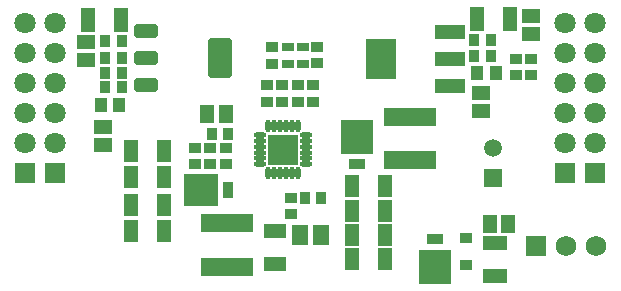
<source format=gts>
G04*
G04 #@! TF.GenerationSoftware,Altium Limited,Altium Designer,19.0.15 (446)*
G04*
G04 Layer_Color=8388736*
%FSLAX25Y25*%
%MOIN*%
G70*
G01*
G75*
%ADD40R,0.07887X0.04737*%
%ADD41R,0.10800X0.11312*%
%ADD42R,0.05800X0.03800*%
%ADD43R,0.04068X0.03280*%
G04:AMPARAMS|DCode=44|XSize=133.98mil|YSize=76.9mil|CornerRadius=6.07mil|HoleSize=0mil|Usage=FLASHONLY|Rotation=90.000|XOffset=0mil|YOffset=0mil|HoleType=Round|Shape=RoundedRectangle|*
%AMROUNDEDRECTD44*
21,1,0.13398,0.06476,0,0,90.0*
21,1,0.12185,0.07690,0,0,90.0*
1,1,0.01213,0.03238,0.06093*
1,1,0.01213,0.03238,-0.06093*
1,1,0.01213,-0.03238,-0.06093*
1,1,0.01213,-0.03238,0.06093*
%
%ADD44ROUNDEDRECTD44*%
G04:AMPARAMS|DCode=45|XSize=43.43mil|YSize=76.9mil|CornerRadius=5.95mil|HoleSize=0mil|Usage=FLASHONLY|Rotation=90.000|XOffset=0mil|YOffset=0mil|HoleType=Round|Shape=RoundedRectangle|*
%AMROUNDEDRECTD45*
21,1,0.04343,0.06500,0,0,90.0*
21,1,0.03154,0.07690,0,0,90.0*
1,1,0.01190,0.03250,0.01577*
1,1,0.01190,0.03250,-0.01577*
1,1,0.01190,-0.03250,-0.01577*
1,1,0.01190,-0.03250,0.01577*
%
%ADD45ROUNDEDRECTD45*%
%ADD46R,0.04737X0.07887*%
%ADD47R,0.04343X0.04737*%
%ADD48R,0.03556X0.04343*%
%ADD49R,0.04343X0.03556*%
%ADD50R,0.10249X0.04737*%
%ADD51R,0.10249X0.13792*%
%ADD52R,0.17335X0.06312*%
%ADD53R,0.04540X0.07493*%
%ADD54R,0.07493X0.04540*%
%ADD55R,0.05328X0.06509*%
%ADD56R,0.04540X0.06115*%
%ADD57R,0.11312X0.10800*%
%ADD58R,0.03800X0.05800*%
%ADD59O,0.01902X0.04147*%
%ADD60O,0.04147X0.01902*%
%ADD61R,0.10446X0.10446*%
%ADD62R,0.03950X0.03162*%
%ADD63R,0.06272X0.04698*%
%ADD64R,0.04698X0.06272*%
%ADD65R,0.06902X0.06902*%
%ADD66C,0.06902*%
%ADD67C,0.07099*%
%ADD68R,0.07099X0.07099*%
%ADD69R,0.05918X0.05918*%
%ADD70C,0.05918*%
D40*
X266535Y145669D02*
D03*
Y156693D02*
D03*
D41*
X246569Y148779D02*
D03*
X220472Y192241D02*
D03*
D42*
X246569Y158035D02*
D03*
X220472Y182985D02*
D03*
D43*
X256732Y158327D02*
D03*
Y149547D02*
D03*
D44*
X174902Y218524D02*
D03*
D45*
X150295Y209469D02*
D03*
Y218524D02*
D03*
Y227579D02*
D03*
D46*
X130709Y231122D02*
D03*
X141732D02*
D03*
X271496Y231496D02*
D03*
X260472D02*
D03*
D47*
X135039Y202776D02*
D03*
X141339D02*
D03*
X266772Y213386D02*
D03*
X260472D02*
D03*
D48*
X136614Y208681D02*
D03*
X142126D02*
D03*
X142126Y213386D02*
D03*
X136614D02*
D03*
X142126Y218524D02*
D03*
X136614D02*
D03*
X136614Y224035D02*
D03*
X142126D02*
D03*
X265197Y219291D02*
D03*
X259685D02*
D03*
X265197Y224409D02*
D03*
X259685D02*
D03*
X203150Y171653D02*
D03*
X208661D02*
D03*
X172047Y193228D02*
D03*
X177559D02*
D03*
D49*
X278583Y212795D02*
D03*
Y218307D02*
D03*
X273622Y218307D02*
D03*
Y212795D02*
D03*
X176969Y188504D02*
D03*
Y182992D02*
D03*
X171653Y182992D02*
D03*
Y188504D02*
D03*
X166535Y188504D02*
D03*
Y182992D02*
D03*
X205906Y209370D02*
D03*
Y203858D02*
D03*
X200787Y209370D02*
D03*
Y203858D02*
D03*
X195669Y209449D02*
D03*
Y203937D02*
D03*
X190551Y209370D02*
D03*
Y203858D02*
D03*
X207222Y222173D02*
D03*
Y216661D02*
D03*
X192323Y222047D02*
D03*
Y216535D02*
D03*
X198425Y166457D02*
D03*
Y171968D02*
D03*
D50*
X251417Y209055D02*
D03*
Y218110D02*
D03*
Y227165D02*
D03*
D51*
X228583Y218110D02*
D03*
D52*
X238189Y184370D02*
D03*
Y198937D02*
D03*
X177165Y148937D02*
D03*
Y163504D02*
D03*
D53*
X229921Y167323D02*
D03*
X218898D02*
D03*
X229921Y175652D02*
D03*
X218898D02*
D03*
X229921Y159449D02*
D03*
X218898D02*
D03*
X229921Y151575D02*
D03*
X218898D02*
D03*
X145276Y187323D02*
D03*
X156299D02*
D03*
X145276Y178661D02*
D03*
X156299D02*
D03*
X145276Y169606D02*
D03*
X156299D02*
D03*
X145276Y160945D02*
D03*
X156299D02*
D03*
D54*
X193307Y160945D02*
D03*
Y149921D02*
D03*
D55*
X201575Y159370D02*
D03*
X208661D02*
D03*
D56*
X170473Y199921D02*
D03*
X176772D02*
D03*
D57*
X168366Y174331D02*
D03*
D58*
X177622D02*
D03*
D59*
X190984Y180177D02*
D03*
X192953D02*
D03*
X194921D02*
D03*
X196890D02*
D03*
X198858D02*
D03*
X200827D02*
D03*
Y195728D02*
D03*
X198858D02*
D03*
X196890D02*
D03*
X194921D02*
D03*
X192953D02*
D03*
X190984D02*
D03*
D60*
X203681Y183031D02*
D03*
Y185000D02*
D03*
Y186969D02*
D03*
Y188937D02*
D03*
Y190905D02*
D03*
Y192874D02*
D03*
X188130D02*
D03*
Y190905D02*
D03*
Y188937D02*
D03*
Y186969D02*
D03*
Y185000D02*
D03*
Y183031D02*
D03*
D61*
X195905Y187953D02*
D03*
D62*
X202402Y222272D02*
D03*
Y216563D02*
D03*
X197378Y222272D02*
D03*
Y216563D02*
D03*
D63*
X130315Y223858D02*
D03*
Y217913D02*
D03*
X278583Y232500D02*
D03*
Y226555D02*
D03*
X135827Y189547D02*
D03*
Y195492D02*
D03*
X261811Y200965D02*
D03*
Y206909D02*
D03*
D64*
X264744Y163287D02*
D03*
X270689D02*
D03*
D65*
X280157Y155905D02*
D03*
D66*
X290158D02*
D03*
X300157D02*
D03*
D67*
X120000Y220000D02*
D03*
Y210000D02*
D03*
Y200000D02*
D03*
Y190000D02*
D03*
Y230000D02*
D03*
X110000Y220000D02*
D03*
Y210000D02*
D03*
Y200000D02*
D03*
Y190000D02*
D03*
Y230000D02*
D03*
X300000Y220000D02*
D03*
Y210000D02*
D03*
Y200000D02*
D03*
Y190000D02*
D03*
Y230000D02*
D03*
X290000Y220000D02*
D03*
Y210000D02*
D03*
Y200000D02*
D03*
Y190000D02*
D03*
Y230000D02*
D03*
D68*
X120000Y180000D02*
D03*
X110000D02*
D03*
X300000D02*
D03*
X290000D02*
D03*
D69*
X265748Y178543D02*
D03*
D70*
Y188386D02*
D03*
M02*

</source>
